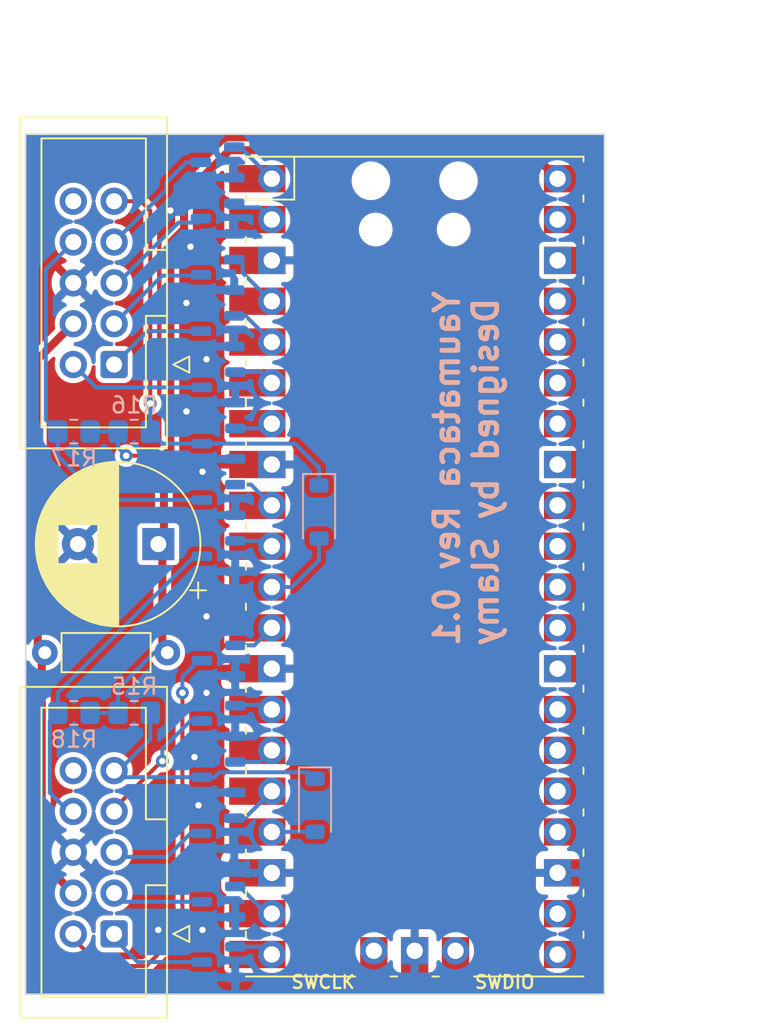
<source format=kicad_pcb>
(kicad_pcb (version 20221018) (generator pcbnew)
  (title_block (comment 4 "AISLER Project ID: IFPHUSZE"))
  (layers (0 "F.Cu" signal) (31 "B.Cu" signal) (34 "B.Paste" user) (35 "F.Paste" user) (36 "B.SilkS" user "B.Silkscreen") (37 "F.SilkS" user "F.Silkscreen") (38 "B.Mask" user) (39 "F.Mask" user) (44 "Edge.Cuts" user))
  (net 0 "")
  (net 1 "+5V")
  (net 2 "GND")
  (net 3 "/Joy_Up")
  (net 4 "/Joy_Down")
  (net 5 "/Joy_Left")
  (net 6 "/Joy_Right")
  (net 7 "/Joy_Fire3")
  (net 8 "/Joy_Fire1")
  (net 9 "/Joy_Fire2")
  (net 12 "/Pi_Joystick_Right")
  (net 13 "/Pi_Joystick_Left")
  (net 14 "/Pi_Joystick_Down")
  (net 15 "/Pi_Joystick_Up")
  (net 16 "/Pi_Joystick_Fire1")
  (net 17 "/Mouse_Right")
  (net 18 "/Mouse_Left")
  (net 19 "/Mouse_Down")
  (net 20 "/Mouse_Up")
  (net 21 "/Mouse_Fire1")
  (net 22 "/Mouse_Fire3")
  (net 23 "/Mouse_Fire2")
  (net 24 "/Pi_Joystick_Fire3")
  (net 25 "/Pi_Joystick_Fire2")
  (net 26 "/Pi_Mouse_Right")
  (net 27 "/Pi_Mouse_Left")
  (net 28 "/Pi_Mouse_Down")
  (net 29 "/Pi_Mouse_Up")
  (net 50 "/Pi_Mouse_Fire1")
  (net 51 "/Pi_Mouse_Fire3")
  (net 52 "/Pi_Mouse_Fire2")
  (net 53 "/Joystick_Pot_Sense")
  (net 54 "/Mouse_Pot_Sense")
  (net 55 "/HOST_5V")
  (footprint "MCU_RaspberryPi_and_Boards:RPi_Pico_SMD_TH" (layer "F.Cu") (at 176.2 88.9)
    (fp_text reference "U1" hide)
    (fp_text value "Pico")
    (fp_text user "SWCLK" (at -5.7 25.85) (layer "F.SilkS") (effects (font (size 0.8 0.8))))
    (fp_text user "SWDIO" (at 5.6 25.85) (layer "F.SilkS") (effects (font (size 0.8 0.8))))
    (pad "" np_thru_hole oval (at -2.725 -24) (size 1.8 1.8) (drill 1.8) (layers "*.Cu" "*.Mask"))
    (pad "" np_thru_hole oval (at -2.425 -20.97) (size 1.5 1.5) (drill 1.5) (layers "*.Cu" "*.Mask"))
    (pad "" np_thru_hole oval (at 2.425 -20.97) (size 1.5 1.5) (drill 1.5) (layers "*.Cu" "*.Mask"))
    (pad "" np_thru_hole oval (at 2.725 -24) (size 1.8 1.8) (drill 1.8) (layers "*.Cu" "*.Mask"))
    (pad "1" thru_hole oval (at -8.89 -24.13) (size 1.7 1.7) (drill 1.02) (layers "*.Cu" "*.Mask") (net 12 "/Pi_Joystick_Right"))
    (pad "1" smd rect (at -8.89 -24.13) (size 3.5 1.7) (drill (offset -0.9 0)) (layers "F.Cu" "F.Mask") (net 12 "/Pi_Joystick_Right"))
    (pad "2" thru_hole oval (at -8.89 -21.59) (size 1.7 1.7) (drill 1.02) (layers "*.Cu" "*.Mask") (net 13 "/Pi_Joystick_Left"))
    (pad "2" smd rect (at -8.89 -21.59) (size 3.5 1.7) (drill (offset -0.9 0)) (layers "F.Cu" "F.Mask") (net 13 "/Pi_Joystick_Left"))
    (pad "3" thru_hole rect (at -8.89 -19.05) (size 1.7 1.7) (drill 1.02) (layers "*.Cu" "*.Mask") (net 2 "GND"))
    (pad "3" smd rect (at -8.89 -19.05) (size 3.5 1.7) (drill (offset -0.9 0)) (layers "F.Cu" "F.Mask") (net 2 "GND"))
    (pad "4" thru_hole oval (at -8.89 -16.51) (size 1.7 1.7) (drill 1.02) (layers "*.Cu" "*.Mask") (net 14 "/Pi_Joystick_Down"))
    (pad "4" smd rect (at -8.89 -16.51) (size 3.5 1.7) (drill (offset -0.9 0)) (layers "F.Cu" "F.Mask") (net 14 "/Pi_Joystick_Down"))
    (pad "5" thru_hole oval (at -8.89 -13.97) (size 1.7 1.7) (drill 1.02) (layers "*.Cu" "*.Mask") (net 15 "/Pi_Joystick_Up"))
    (pad "5" smd rect (at -8.89 -13.97) (size 3.5 1.7) (drill (offset -0.9 0)) (layers "F.Cu" "F.Mask") (net 15 "/Pi_Joystick_Up"))
    (pad "6" thru_hole oval (at -8.89 -11.43) (size 1.7 1.7) (drill 1.02) (layers "*.Cu" "*.Mask") (net 16 "/Pi_Joystick_Fire1"))
    (pad "6" smd rect (at -8.89 -11.43) (size 3.5 1.7) (drill (offset -0.9 0)) (layers "F.Cu" "F.Mask") (net 16 "/Pi_Joystick_Fire1"))
    (pad "7" thru_hole oval (at -8.89 -8.89) (size 1.7 1.7) (drill 1.02) (layers "*.Cu" "*.Mask") (net 24 "/Pi_Joystick_Fire3"))
    (pad "7" smd rect (at -8.89 -8.89) (size 3.5 1.7) (drill (offset -0.9 0)) (layers "F.Cu" "F.Mask") (net 24 "/Pi_Joystick_Fire3"))
    (pad "8" thru_hole rect (at -8.89 -6.35) (size 1.7 1.7) (drill 1.02) (layers "*.Cu" "*.Mask") (net 2 "GND"))
    (pad "8" smd rect (at -8.89 -6.35) (size 3.5 1.7) (drill (offset -0.9 0)) (layers "F.Cu" "F.Mask") (net 2 "GND"))
    (pad "9" thru_hole oval (at -8.89 -3.81) (size 1.7 1.7) (drill 1.02) (layers "*.Cu" "*.Mask") (net 25 "/Pi_Joystick_Fire2"))
    (pad "9" smd rect (at -8.89 -3.81) (size 3.5 1.7) (drill (offset -0.9 0)) (layers "F.Cu" "F.Mask") (net 25 "/Pi_Joystick_Fire2"))
    (pad "10" thru_hole oval (at -8.89 -1.27) (size 1.7 1.7) (drill 1.02) (layers "*.Cu" "*.Mask") (net 52 "/Pi_Mouse_Fire2"))
    (pad "10" smd rect (at -8.89 -1.27) (size 3.5 1.7) (drill (offset -0.9 0)) (layers "F.Cu" "F.Mask") (net 52 "/Pi_Mouse_Fire2"))
    (pad "11" thru_hole oval (at -8.89 1.27) (size 1.7 1.7) (drill 1.02) (layers "*.Cu" "*.Mask") (net 53 "/Joystick_Pot_Sense"))
    (pad "11" smd rect (at -8.89 1.27) (size 3.5 1.7) (drill (offset -0.9 0)) (layers "F.Cu" "F.Mask") (net 53 "/Joystick_Pot_Sense"))
    (pad "12" thru_hole oval (at -8.89 3.81) (size 1.7 1.7) (drill 1.02) (layers "*.Cu" "*.Mask") (net 50 "/Pi_Mouse_Fire1"))
    (pad "12" smd rect (at -8.89 3.81) (size 3.5 1.7) (drill (offset -0.9 0)) (layers "F.Cu" "F.Mask") (net 50 "/Pi_Mouse_Fire1"))
    (pad "13" thru_hole rect (at -8.89 6.35) (size 1.7 1.7) (drill 1.02) (layers "*.Cu" "*.Mask") (net 2 "GND"))
    (pad "13" smd rect (at -8.89 6.35) (size 3.5 1.7) (drill (offset -0.9 0)) (layers "F.Cu" "F.Mask") (net 2 "GND"))
    (pad "14" thru_hole oval (at -8.89 8.89) (size 1.7 1.7) (drill 1.02) (layers "*.Cu" "*.Mask") (net 26 "/Pi_Mouse_Right"))
    (pad "14" smd rect (at -8.89 8.89) (size 3.5 1.7) (drill (offset -0.9 0)) (layers "F.Cu" "F.Mask") (net 26 "/Pi_Mouse_Right"))
    (pad "15" thru_hole oval (at -8.89 11.43) (size 1.7 1.7) (drill 1.02) (layers "*.Cu" "*.Mask") (net 51 "/Pi_Mouse_Fire3"))
    (pad "15" smd rect (at -8.89 11.43) (size 3.5 1.7) (drill (offset -0.9 0)) (layers "F.Cu" "F.Mask") (net 51 "/Pi_Mouse_Fire3"))
    (pad "16" thru_hole oval (at -8.89 13.97) (size 1.7 1.7) (drill 1.02) (layers "*.Cu" "*.Mask") (net 27 "/Pi_Mouse_Left"))
    (pad "16" smd rect (at -8.89 13.97) (size 3.5 1.7) (drill (offset -0.9 0)) (layers "F.Cu" "F.Mask") (net 27 "/Pi_Mouse_Left"))
    (pad "17" thru_hole oval (at -8.89 16.51) (size 1.7 1.7) (drill 1.02) (layers "*.Cu" "*.Mask") (net 54 "/Mouse_Pot_Sense"))
    (pad "17" smd rect (at -8.89 16.51) (size 3.5 1.7) (drill (offset -0.9 0)) (layers "F.Cu" "F.Mask") (net 54 "/Mouse_Pot_Sense"))
    (pad "18" thru_hole rect (at -8.89 19.05) (size 1.7 1.7) (drill 1.02) (layers "*.Cu" "*.Mask") (net 2 "GND"))
    (pad "18" smd rect (at -8.89 19.05) (size 3.5 1.7) (drill (offset -0.9 0)) (layers "F.Cu" "F.Mask") (net 2 "GND"))
    (pad "19" thru_hole oval (at -8.89 21.59) (size 1.7 1.7) (drill 1.02) (layers "*.Cu" "*.Mask") (net 28 "/Pi_Mouse_Down"))
    (pad "19" smd rect (at -8.89 21.59) (size 3.5 1.7) (drill (offset -0.9 0)) (layers "F.Cu" "F.Mask") (net 28 "/Pi_Mouse_Down"))
    (pad "20" thru_hole oval (at -8.89 24.13) (size 1.7 1.7) (drill 1.02) (layers "*.Cu" "*.Mask") (net 29 "/Pi_Mouse_Up"))
    (pad "20" smd rect (at -8.89 24.13) (size 3.5 1.7) (drill (offset -0.9 0)) (layers "F.Cu" "F.Mask") (net 29 "/Pi_Mouse_Up"))
    (pad "21" thru_hole oval (at 8.89 24.13) (size 1.7 1.7) (drill 1.02) (layers "*.Cu" "*.Mask"))
    (pad "21" smd rect (at 8.89 24.13) (size 3.5 1.7) (drill (offset 0.9 0)) (layers "F.Cu" "F.Mask"))
    (pad "22" thru_hole oval (at 8.89 21.59) (size 1.7 1.7) (drill 1.02) (layers "*.Cu" "*.Mask"))
    (pad "22" smd rect (at 8.89 21.59) (size 3.5 1.7) (drill (offset 0.9 0)) (layers "F.Cu" "F.Mask"))
    (pad "23" thru_hole rect (at 8.89 19.05) (size 1.7 1.7) (drill 1.02) (layers "*.Cu" "*.Mask") (net 2 "GND"))
    (pad "23" smd rect (at 8.89 19.05) (size 3.5 1.7) (drill (offset 0.9 0)) (layers "F.Cu" "F.Mask") (net 2 "GND"))
    (pad "24" thru_hole oval (at 8.89 16.51) (size 1.7 1.7) (drill 1.02) (layers "*.Cu" "*.Mask"))
    (pad "24" smd rect (at 8.89 16.51) (size 3.5 1.7) (drill (offset 0.9 0)) (layers "F.Cu" "F.Mask"))
    (pad "25" thru_hole oval (at 8.89 13.97) (size 1.7 1.7) (drill 1.02) (layers "*.Cu" "*.Mask"))
    (pad "25" smd rect (at 8.89 13.97) (size 3.5 1.7) (drill (offset 0.9 0)) (layers "F.Cu" "F.Mask"))
    (pad "26" thru_hole oval (at 8.89 11.43) (size 1.7 1.7) (drill 1.02) (layers "*.Cu" "*.Mask"))
    (pad "26" smd rect (at 8.89 11.43) (size 3.5 1.7) (drill (offset 0.9 0)) (layers "F.Cu" "F.Mask"))
    (pad "27" thru_hole oval (at 8.89 8.89) (size 1.7 1.7) (drill 1.02) (layers "*.Cu" "*.Mask"))
    (pad "27" smd rect (at 8.89 8.89) (size 3.5 1.7) (drill (offset 0.9 0)) (layers "F.Cu" "F.Mask"))
    (pad "28" thru_hole rect (at 8.89 6.35) (size 1.7 1.7) (drill 1.02) (layers "*.Cu" "*.Mask"))
    (pad "28" smd rect (at 8.89 6.35) (size 3.5 1.7) (drill (offset 0.9 0)) (layers "F.Cu" "F.Mask"))
    (pad "29" thru_hole oval (at 8.89 3.81) (size 1.7 1.7) (drill 1.02) (layers "*.Cu" "*.Mask"))
    (pad "29" smd rect (at 8.89 3.81) (size 3.5 1.7) (drill (offset 0.9 0)) (layers "F.Cu" "F.Mask"))
    (pad "30" thru_hole oval (at 8.89 1.27) (size 1.7 1.7) (drill 1.02) (layers "*.Cu" "*.Mask"))
    (pad "30" smd rect (at 8.89 1.27) (size 3.5 1.7) (drill (offset 0.9 0)) (layers "F.Cu" "F.Mask"))
    (pad "31" thru_hole oval (at 8.89 -1.27) (size 1.7 1.7) (drill 1.02) (layers "*.Cu" "*.Mask"))
    (pad "31" smd rect (at 8.89 -1.27) (size 3.5 1.7) (drill (offset 0.9 0)) (layers "F.Cu" "F.Mask"))
    (pad "32" thru_hole oval (at 8.89 -3.81) (size 1.7 1.7) (drill 1.02) (layers "*.Cu" "*.Mask"))
    (pad "32" smd rect (at 8.89 -3.81) (size 3.5 1.7) (drill (offset 0.9 0)) (layers "F.Cu" "F.Mask"))
    (pad "33" thru_hole rect (at 8.89 -6.35) (size 1.7 1.7) (drill 1.02) (layers "*.Cu" "*.Mask"))
    (pad "33" smd rect (at 8.89 -6.35) (size 3.5 1.7) (drill (offset 0.9 0)) (layers "F.Cu" "F.Mask"))
    (pad "34" thru_hole oval (at 8.89 -8.89) (size 1.7 1.7) (drill 1.02) (layers "*.Cu" "*.Mask"))
    (pad "34" smd rect (at 8.89 -8.89) (size 3.5 1.7) (drill (offset 0.9 0)) (layers "F.Cu" "F.Mask"))
    (pad "35" thru_hole oval (at 8.89 -11.43) (size 1.7 1.7) (drill 1.02) (layers "*.Cu" "*.Mask"))
    (pad "35" smd rect (at 8.89 -11.43) (size 3.5 1.7) (drill (offset 0.9 0)) (layers "F.Cu" "F.Mask"))
    (pad "36" thru_hole oval (at 8.89 -13.97) (size 1.7 1.7) (drill 1.02) (layers "*.Cu" "*.Mask"))
    (pad "36" smd rect (at 8.89 -13.97) (size 3.5 1.7) (drill (offset 0.9 0)) (layers "F.Cu" "F.Mask"))
    (pad "37" thru_hole oval (at 8.89 -16.51) (size 1.7 1.7) (drill 1.02) (layers "*.Cu" "*.Mask"))
    (pad "37" smd rect (at 8.89 -16.51) (size 3.5 1.7) (drill (offset 0.9 0)) (layers "F.Cu" "F.Mask"))
    (pad "38" thru_hole rect (at 8.89 -19.05) (size 1.7 1.7) (drill 1.02) (layers "*.Cu" "*.Mask"))
    (pad "38" smd rect (at 8.89 -19.05) (size 3.5 1.7) (drill (offset 0.9 0)) (layers "F.Cu" "F.Mask"))
    (pad "39" thru_hole oval (at 8.89 -21.59) (size 1.7 1.7) (drill 1.02) (layers "*.Cu" "*.Mask"))
    (pad "39" smd rect (at 8.89 -21.59) (size 3.5 1.7) (drill (offset 0.9 0)) (layers "F.Cu" "F.Mask"))
    (pad "40" thru_hole oval (at 8.89 -24.13) (size 1.7 1.7) (drill 1.02) (layers "*.Cu" "*.Mask") (net 1 "+5V"))
    (pad "40" smd rect (at 8.89 -24.13) (size 3.5 1.7) (drill (offset 0.9 0)) (layers "F.Cu" "F.Mask") (net 1 "+5V"))
    (pad "41" thru_hole oval (at -2.54 23.9) (size 1.7 1.7) (drill 1.02) (layers "*.Cu" "*.Mask"))
    (pad "41" smd rect (at -2.54 23.9 90) (size 3.5 1.7) (drill (offset -0.9 0)) (layers "F.Cu" "F.Mask"))
    (pad "42" thru_hole rect (at 0 23.9) (size 1.7 1.7) (drill 1.02) (layers "*.Cu" "*.Mask") (net 2 "GND"))
    (pad "42" smd rect (at 0 23.9 90) (size 3.5 1.7) (drill (offset -0.9 0)) (layers "F.Cu" "F.Mask") (net 2 "GND"))
    (pad "43" thru_hole oval (at 2.54 23.9) (size 1.7 1.7) (drill 1.02) (layers "*.Cu" "*.Mask"))
    (pad "43" smd rect (at 2.54 23.9 90) (size 3.5 1.7) (drill (offset -0.9 0)) (layers "F.Cu" "F.Mask"))
  )
  (footprint "Inductor_THT:L_Axial_L5.3mm_D2.2mm_P7.62mm_Horizontal_Vishay_IM-1" (layer "F.Cu") (at 160.81 94.25 180)
    (fp_text reference "L1" hide)
    (fp_text value "100u")
    (pad "1" thru_hole circle (at 0 0 180) (size 1.6 1.6) (drill 0.8) (layers "*.Cu" "*.Mask") (net 1 "+5V"))
    (pad "2" thru_hole oval (at 7.62 0 180) (size 1.6 1.6) (drill 0.8) (layers "*.Cu" "*.Mask") (net 55 "/HOST_5V"))
  )
  (footprint "Capacitor_THT:CP_Radial_D10.0mm_P5.00mm" (layer "F.Cu") (at 160.25 87.5 180)
    (fp_text reference "C1" hide)
    (fp_text value "1000u" hide)
    (pad "1" thru_hole rect (at 0 0 180) (size 2 2) (drill 1) (layers "*.Cu" "*.Mask") (net 1 "+5V"))
    (pad "2" thru_hole circle (at 5 0 180) (size 2 2) (drill 1) (layers "*.Cu" "*.Mask") (net 2 "GND"))
  )
  (footprint "Connector_IDC:IDC-Header_2x05_P2.54mm_Vertical" (layer "F.Cu") (at 157.5 76.33 180)
    (fp_text reference "J3" hide)
    (fp_text value "Conn_02x05_Odd_Even" hide)
    (pad "1" thru_hole roundrect (at 0 0 180) (size 1.7 1.7) (drill 1) (layers "*.Cu" "*.Mask") (roundrect_rratio 0.1470588235) (net 3 "/Joy_Up"))
    (pad "2" thru_hole circle (at 2.54 0 180) (size 1.7 1.7) (drill 1) (layers "*.Cu" "*.Mask") (net 8 "/Joy_Fire1"))
    (pad "3" thru_hole circle (at 0 2.54 180) (size 1.7 1.7) (drill 1) (layers "*.Cu" "*.Mask") (net 4 "/Joy_Down"))
    (pad "4" thru_hole circle (at 2.54 2.54 180) (size 1.7 1.7) (drill 1) (layers "*.Cu" "*.Mask") (net 55 "/HOST_5V"))
    (pad "5" thru_hole circle (at 0 5.08 180) (size 1.7 1.7) (drill 1) (layers "*.Cu" "*.Mask") (net 5 "/Joy_Left"))
    (pad "6" thru_hole circle (at 2.54 5.08 180) (size 1.7 1.7) (drill 1) (layers "*.Cu" "*.Mask") (net 2 "GND"))
    (pad "7" thru_hole circle (at 0 7.62 180) (size 1.7 1.7) (drill 1) (layers "*.Cu" "*.Mask") (net 6 "/Joy_Right"))
    (pad "8" thru_hole circle (at 2.54 7.62 180) (size 1.7 1.7) (drill 1) (layers "*.Cu" "*.Mask") (net 9 "/Joy_Fire2"))
    (pad "9" thru_hole circle (at 0 10.16 180) (size 1.7 1.7) (drill 1) (layers "*.Cu" "*.Mask") (net 7 "/Joy_Fire3"))
    (pad "10" thru_hole circle (at 2.54 10.16 180) (size 1.7 1.7) (drill 1) (layers "*.Cu" "*.Mask"))
  )
  (footprint "Connector_IDC:IDC-Header_2x05_P2.54mm_Vertical" (layer "F.Cu") (at 157.5 111.75 180)
    (fp_text reference "J4" hide)
    (fp_text value "Conn_02x05_Odd_Even" hide)
    (pad "1" thru_hole roundrect (at 0 0 180) (size 1.7 1.7) (drill 1) (layers "*.Cu" "*.Mask") (roundrect_rratio 0.1470588235) (net 20 "/Mouse_Up"))
    (pad "2" thru_hole circle (at 2.54 0 180) (size 1.7 1.7) (drill 1) (layers "*.Cu" "*.Mask") (net 21 "/Mouse_Fire1"))
    (pad "3" thru_hole circle (at 0 2.54 180) (size 1.7 1.7) (drill 1) (layers "*.Cu" "*.Mask") (net 19 "/Mouse_Down"))
    (pad "4" thru_hole circle (at 2.54 2.54 180) (size 1.7 1.7) (drill 1) (layers "*.Cu" "*.Mask") (net 55 "/HOST_5V"))
    (pad "5" thru_hole circle (at 0 5.08 180) (size 1.7 1.7) (drill 1) (layers "*.Cu" "*.Mask") (net 18 "/Mouse_Left"))
    (pad "6" thru_hole circle (at 2.54 5.08 180) (size 1.7 1.7) (drill 1) (layers "*.Cu" "*.Mask") (net 2 "GND"))
    (pad "7" thru_hole circle (at 0 7.62 180) (size 1.7 1.7) (drill 1) (layers "*.Cu" "*.Mask") (net 17 "/Mouse_Right"))
    (pad "8" thru_hole circle (at 2.54 7.62 180) (size 1.7 1.7) (drill 1) (layers "*.Cu" "*.Mask") (net 23 "/Mouse_Fire2"))
    (pad "9" thru_hole circle (at 0 10.16 180) (size 1.7 1.7) (drill 1) (layers "*.Cu" "*.Mask") (net 22 "/Mouse_Fire3"))
    (pad "10" thru_hole circle (at 2.54 10.16 180) (size 1.7 1.7) (drill 1) (layers "*.Cu" "*.Mask"))
  )
  (footprint "Library:SOT-23_ohnesilk" (layer "B.Cu") (at 163.9375 70.75 180)
    (fp_text reference "Q3" hide)
    (fp_text value "DTC143Z" hide)
    (pad "1" smd roundrect (at -1.0375 0.95 180) (size 1.275 0.6) (layers "B.Cu" "B.Paste" "B.Mask") (net 14 "/Pi_Joystick_Down"))
    (pad "2" smd roundrect (at -1.0375 -0.95 180) (size 1.275 0.6) (layers "B.Cu" "B.Paste" "B.Mask") (net 2 "GND"))
    (pad "3" smd roundrect (at 1.0375 0 180) (size 1.275 0.6) (layers "B.Cu" "B.Paste" "B.Mask") (net 4 "/Joy_Down"))
  )
  (footprint "Library:SOT-23_ohnesilk" (layer "B.Cu") (at 164 98.5 180)
    (fp_text reference "Q14" hide)
    (fp_text value "DTC143Z" hide)
    (pad "1" smd roundrect (at -1.0375 0.95 180) (size 1.275 0.6) (layers "B.Cu" "B.Paste" "B.Mask") (net 26 "/Pi_Mouse_Right"))
    (pad "2" smd roundrect (at -1.0375 -0.95 180) (size 1.275 0.6) (layers "B.Cu" "B.Paste" "B.Mask") (net 2 "GND"))
    (pad "3" smd roundrect (at 1.0375 0 180) (size 1.275 0.6) (layers "B.Cu" "B.Paste" "B.Mask") (net 17 "/Mouse_Right"))
  )
  (footprint "Library:SOT-23_ohnesilk" (layer "B.Cu") (at 164 77.75 180)
    (fp_text reference "Q5" hide)
    (fp_text value "DTC143Z" hide)
    (pad "1" smd roundrect (at -1.0375 0.95 180) (size 1.275 0.6) (layers "B.Cu" "B.Paste" "B.Mask") (net 16 "/Pi_Joystick_Fire1"))
    (pad "2" smd roundrect (at -1.0375 -0.95 180) (size 1.275 0.6) (layers "B.Cu" "B.Paste" "B.Mask") (net 2 "GND"))
    (pad "3" smd roundrect (at 1.0375 0 180) (size 1.275 0.6) (layers "B.Cu" "B.Paste" "B.Mask") (net 8 "/Joy_Fire1"))
  )
  (footprint "Library:SOT-23_ohnesilk" (layer "B.Cu") (at 163.9375 74.25 180)
    (fp_text reference "Q4" hide)
    (fp_text value "DTC143Z" hide)
    (pad "1" smd roundrect (at -1.0375 0.95 180) (size 1.275 0.6) (layers "B.Cu" "B.Paste" "B.Mask") (net 15 "/Pi_Joystick_Up"))
    (pad "2" smd roundrect (at -1.0375 -0.95 180) (size 1.275 0.6) (layers "B.Cu" "B.Paste" "B.Mask") (net 2 "GND"))
    (pad "3" smd roundrect (at 1.0375 0 180) (size 1.275 0.6) (layers "B.Cu" "B.Paste" "B.Mask") (net 3 "/Joy_Up"))
  )
  (footprint "Resistor_SMD:R_0805_2012Metric_Pad1.20x1.40mm_HandSolder" (layer "B.Cu") (at 158.75 98 180)
    (fp_text reference "R15" (at 0 1.65) (layer "B.SilkS") (effects (justify mirror)))
    (fp_text value "10k")
    (pad "1" smd roundrect (at -1 0 180) (size 1.2 1.4) (layers "B.Cu" "B.Paste" "B.Mask") (roundrect_rratio 0.2083333333) (net 22 "/Mouse_Fire3"))
    (pad "2" smd roundrect (at 1 0 180) (size 1.2 1.4) (layers "B.Cu" "B.Paste" "B.Mask") (roundrect_rratio 0.2083333333) (net 1 "+5V"))
  )
  (footprint "Library:SOT-23_ohnesilk" (layer "B.Cu") (at 164 94.75 180)
    (fp_text reference "Q10" hide)
    (fp_text value "DTC143Z" hide)
    (pad "1" smd roundrect (at -1.0375 0.95 180) (size 1.275 0.6) (layers "B.Cu" "B.Paste" "B.Mask") (net 50 "/Pi_Mouse_Fire1"))
    (pad "2" smd roundrect (at -1.0375 -0.95 180) (size 1.275 0.6) (layers "B.Cu" "B.Paste" "B.Mask") (net 2 "GND"))
    (pad "3" smd roundrect (at 1.0375 0 180) (size 1.275 0.6) (layers "B.Cu" "B.Paste" "B.Mask") (net 21 "/Mouse_Fire1"))
  )
  (footprint "Library:SOT-23_ohnesilk" (layer "B.Cu") (at 164 88.25 180)
    (fp_text reference "Q8" hide)
    (fp_text value "DTC143Z" hide)
    (pad "1" smd roundrect (at -1.0375 0.95 180) (size 1.275 0.6) (layers "B.Cu" "B.Paste" "B.Mask") (net 52 "/Pi_Mouse_Fire2"))
    (pad "2" smd roundrect (at -1.0375 -0.95 180) (size 1.275 0.6) (layers "B.Cu" "B.Paste" "B.Mask") (net 2 "GND"))
    (pad "3" smd roundrect (at 1.0375 0 180) (size 1.275 0.6) (layers "B.Cu" "B.Paste" "B.Mask") (net 23 "/Mouse_Fire2"))
  )
  (footprint "Diode_SMD:D_SOD-123" (layer "B.Cu") (at 170 103.75 -90)
    (fp_text reference "D1" hide)
    (fp_text value "D" hide)
    (pad "1" smd roundrect (at -1.65 0 270) (size 0.9 1.2) (layers "B.Cu" "B.Paste" "B.Mask") (net 22 "/Mouse_Fire3"))
    (pad "2" smd roundrect (at 1.65 0 270) (size 0.9 1.2) (layers "B.Cu" "B.Paste" "B.Mask") (net 54 "/Mouse_Pot_Sense"))
  )
  (footprint "Resistor_SMD:R_0805_2012Metric_Pad1.20x1.40mm_HandSolder" (layer "B.Cu") (at 158.75 80.5 180)
    (fp_text reference "R16" (at 0 1.65) (layer "B.SilkS") (effects (justify mirror)))
    (fp_text value "10k")
    (pad "1" smd roundrect (at -1 0 180) (size 1.2 1.4) (layers "B.Cu" "B.Paste" "B.Mask") (roundrect_rratio 0.2083333333) (net 7 "/Joy_Fire3"))
    (pad "2" smd roundrect (at 1 0 180) (size 1.2 1.4) (layers "B.Cu" "B.Paste" "B.Mask") (roundrect_rratio 0.2083333333) (net 1 "+5V"))
  )
  (footprint "Library:SOT-23_ohnesilk" (layer "B.Cu") (at 163.9375 67.25 180)
    (fp_text reference "Q2" hide)
    (fp_text value "DTC143Z" hide)
    (pad "1" smd roundrect (at -1.0375 0.95 180) (size 1.275 0.6) (layers "B.Cu" "B.Paste" "B.Mask") (net 13 "/Pi_Joystick_Left"))
    (pad "2" smd roundrect (at -1.0375 -0.95 180) (size 1.275 0.6) (layers "B.Cu" "B.Paste" "B.Mask") (net 2 "GND"))
    (pad "3" smd roundrect (at 1.0375 0 180) (size 1.275 0.6) (layers "B.Cu" "B.Paste" "B.Mask") (net 5 "/Joy_Left"))
  )
  (footprint "Library:SOT-23_ohnesilk" (layer "B.Cu") (at 163.9375 105.5 180)
    (fp_text reference "Q13" hide)
    (fp_text value "DTC143Z" hide)
    (pad "1" smd roundrect (at -1.0375 0.95 180) (size 1.275 0.6) (layers "B.Cu" "B.Paste" "B.Mask") (net 27 "/Pi_Mouse_Left"))
    (pad "2" smd roundrect (at -1.0375 -0.95 180) (size 1.275 0.6) (layers "B.Cu" "B.Paste" "B.Mask") (net 2 "GND"))
    (pad "3" smd roundrect (at 1.0375 0 180) (size 1.275 0.6) (layers "B.Cu" "B.Paste" "B.Mask") (net 18 "/Mouse_Left"))
  )
  (footprint "Library:SOT-23_ohnesilk" (layer "B.Cu") (at 163.9375 63.75 180)
    (fp_text reference "Q1" hide)
    (fp_text value "DTC143Z" hide)
    (pad "1" smd roundrect (at -1.0375 0.95 180) (size 1.275 0.6) (layers "B.Cu" "B.Paste" "B.Mask") (net 12 "/Pi_Joystick_Right"))
    (pad "2" smd roundrect (at -1.0375 -0.95 180) (size 1.275 0.6) (layers "B.Cu" "B.Paste" "B.Mask") (net 2 "GND"))
    (pad "3" smd roundrect (at 1.0375 0 180) (size 1.275 0.6) (layers "B.Cu" "B.Paste" "B.Mask") (net 6 "/Joy_Right"))
  )
  (footprint "Resistor_SMD:R_0805_2012Metric_Pad1.20x1.40mm_HandSolder" (layer "B.Cu") (at 155 80.5)
    (fp_text reference "R17" (at 0 1.65) (layer "B.SilkS") (effects (justify mirror)))
    (fp_text value "10k")
    (pad "1" smd roundrect (at -1 0) (size 1.2 1.4) (layers "B.Cu" "B.Paste" "B.Mask") (roundrect_rratio 0.2083333333) (net 9 "/Joy_Fire2"))
    (pad "2" smd roundrect (at 1 0) (size 1.2 1.4) (layers "B.Cu" "B.Paste" "B.Mask") (roundrect_rratio 0.2083333333) (net 1 "+5V"))
  )
  (footprint "Library:SOT-23_ohnesilk" (layer "B.Cu") (at 164 81.25 180)
    (fp_text reference "Q6" hide)
    (fp_text value "DTC143Z" hide)
    (pad "1" smd roundrect (at -1.0375 0.95 180) (size 1.275 0.6) (layers "B.Cu" "B.Paste" "B.Mask") (net 24 "/Pi_Joystick_Fire3"))
    (pad "2" smd roundrect (at -1.0375 -0.95 180) (size 1.275 0.6) (layers "B.Cu" "B.Paste" "B.Mask") (net 2 "GND"))
    (pad "3" smd roundrect (at 1.0375 0 180) (size 1.275 0.6) (layers "B.Cu" "B.Paste" "B.Mask") (net 7 "/Joy_Fire3"))
  )
  (footprint "Library:SOT-23_ohnesilk" (layer "B.Cu") (at 164 102 180)
    (fp_text reference "Q9" hide)
    (fp_text value "DTC143Z" hide)
    (pad "1" smd roundrect (at -1.0375 0.95 180) (size 1.275 0.6) (layers "B.Cu" "B.Paste" "B.Mask") (net 51 "/Pi_Mouse_Fire3"))
    (pad "2" smd roundrect (at -1.0375 -0.95 180) (size 1.275 0.6) (layers "B.Cu" "B.Paste" "B.Mask") (net 2 "GND"))
    (pad "3" smd roundrect (at 1.0375 0 180) (size 1.275 0.6) (layers "B.Cu" "B.Paste" "B.Mask") (net 22 "/Mouse_Fire3"))
  )
  (footprint "Library:SOT-23_ohnesilk" (layer "B.Cu") (at 164 113.5 180)
    (fp_text reference "Q11" hide)
    (fp_text value "DTC143Z" hide)
    (pad "1" smd roundrect (at -1.0375 0.95 180) (size 1.275 0.6) (layers "B.Cu" "B.Paste" "B.Mask") (net 29 "/Pi_Mouse_Up"))
    (pad "2" smd roundrect (at -1.0375 -0.95 180) (size 1.275 0.6) (layers "B.Cu" "B.Paste" "B.Mask") (net 2 "GND"))
    (pad "3" smd roundrect (at 1.0375 0 180) (size 1.275 0.6) (layers "B.Cu" "B.Paste" "B.Mask") (net 20 "/Mouse_Up"))
  )
  (footprint "Library:SOT-23_ohnesilk" (layer "B.Cu") (at 164 84.75 180)
    (fp_text reference "Q7" hide)
    (fp_text value "DTC143Z" hide)
    (pad "1" smd roundrect (at -1.0375 0.95 180) (size 1.275 0.6) (layers "B.Cu" "B.Paste" "B.Mask") (net 25 "/Pi_Joystick_Fire2"))
    (pad "2" smd roundrect (at -1.0375 -0.95 180) (size 1.275 0.6) (layers "B.Cu" "B.Paste" "B.Mask") (net 2 "GND"))
    (pad "3" smd roundrect (at 1.0375 0 180) (size 1.275 0.6) (layers "B.Cu" "B.Paste" "B.Mask") (net 9 "/Joy_Fire2"))
  )
  (footprint "Resistor_SMD:R_0805_2012Metric_Pad1.20x1.40mm_HandSolder" (layer "B.Cu") (at 155 98)
    (fp_text reference "R18" (at 0 1.65) (layer "B.SilkS") (effects (justify mirror)))
    (fp_text value "10k")
    (pad "1" smd roundrect (at -1 0) (size 1.2 1.4) (layers "B.Cu" "B.Paste" "B.Mask") (roundrect_rratio 0.2083333333) (net 23 "/Mouse_Fire2"))
    (pad "2" smd roundrect (at 1 0) (size 1.2 1.4) (layers "B.Cu" "B.Paste" "B.Mask") (roundrect_rratio 0.2083333333) (net 1 "+5V"))
  )
  (footprint "Diode_SMD:D_SOD-123" (layer "B.Cu") (at 170.25 85.5 -90)
    (fp_text reference "D2" hide)
    (fp_text value "D")
    (pad "1" smd roundrect (at -1.65 0 270) (size 0.9 1.2) (layers "B.Cu" "B.Paste" "B.Mask") (net 7 "/Joy_Fire3"))
    (pad "2" smd roundrect (at 1.65 0 270) (size 0.9 1.2) (layers "B.Cu" "B.Paste" "B.Mask") (net 53 "/Joystick_Pot_Sense"))
  )
  (footprint "Library:SOT-23_ohnesilk" (layer "B.Cu") (at 164 109.75 180)
    (fp_text reference "Q12" hide)
    (fp_text value "DTC143Z" hide)
    (pad "1" smd roundrect (at -1.0375 0.95 180) (size 1.275 0.6) (layers "B.Cu" "B.Paste" "B.Mask") (net 28 "/Pi_Mouse_Down"))
    (pad "2" smd roundrect (at -1.0375 -0.95 180) (size 1.275 0.6) (layers "B.Cu" "B.Paste" "B.Mask") (net 2 "GND"))
    (pad "3" smd roundrect (at 1.0375 0 180) (size 1.275 0.6) (layers "B.Cu" "B.Paste" "B.Mask") (net 19 "/Mouse_Down"))
  )
  (gr_rect (start 152 62) (end 188 115.5) (stroke (width 0.1)) (fill none) (layer "Edge.Cuts"))
  (gr_text "Yaumataca Rev 0.1\nDesigned by Slamy" (at 181.5 94 90) (layer "B.SilkS") (effects (font (size 1.5 1.5) (thickness 0.3) bold) (justify right bottom mirror)))
  (segment (start 160.81 94.25) (end 160.5 93.94) (width 0.5) (layer "F.Cu") (net 1))
  (segment (start 185.09 64.77) (end 183.32 63) (width 0.5) (layer "F.Cu") (net 1))
  (segment (start 161.85 65.83) (end 161.85 67.9) (width 0.5) (layer "F.Cu") (net 1))
  (segment (start 160.5 88.25) (end 160 87.75) (width 0.5) (layer "F.Cu") (net 1))
  (segment (start 161 68.75) (end 161 81.6) (width 0.5) (layer "F.Cu") (net 1))
  (segment (start 161 81.6) (end 160.6 82) (width 0.5) (layer "F.Cu") (net 1))
  (segment (start 160.5 93.94) (end 160.5 88.25) (width 0.5) (layer "F.Cu") (net 1))
  (segment (start 160.6 87.15) (end 160.6 82) (width 0.5) (layer "F.Cu") (net 1))
  (segment (start 158.25 82) (end 160.6 82) (width 0.25) (layer "F.Cu") (net 1))
  (segment (start 183.32 63) (end 164.68 63) (width 0.5) (layer "F.Cu") (net 1))
  (segment (start 164.68 63) (end 161.85 65.83) (width 0.5) (layer "F.Cu") (net 1))
  (segment (start 160 87.75) (end 160.6 87.15) (width 0.5) (layer "F.Cu") (net 1))
  (segment (start 161.85 67.9) (end 161 68.75) (width 0.5) (layer "F.Cu") (net 1))
  (via (at 158.25 82) (size 0.8) (drill 0.4) (layers "F.Cu" "B.Cu") (net 1))
  (segment (start 156 80.5) (end 157.75 80.5) (width 0.25) (layer "B.Cu") (net 1))
  (segment (start 160 94.25) (end 160.56 94.25) (width 0.25) (layer "B.Cu") (net 1))
  (segment (start 157.75 98) (end 157.75 96.5) (width 0.25) (layer "B.Cu") (net 1))
  (segment (start 157.75 80.5) (end 157.75 81.5) (width 0.25) (layer "B.Cu") (net 1))
  (segment (start 157.75 81.5) (end 158.25 82) (width 0.25) (layer "B.Cu") (net 1))
  (segment (start 157.75 96.5) (end 160 94.25) (width 0.25) (layer "B.Cu") (net 1))
  (segment (start 156 98) (end 157.75 98) (width 0.25) (layer "B.Cu") (net 1))
  (via (at 161 66.75) (size 0.8) (drill 0.4) (layers "F.Cu" "B.Cu") (net 2))
  (via (at 163.25 96.75) (size 0.8) (drill 0.4) (layers "F.Cu" "B.Cu") (net 2))
  (via (at 163.25 76) (size 0.8) (drill 0.4) (layers "F.Cu" "B.Cu") (net 2))
  (via (at 163.25 92) (size 0.8) (drill 0.4) (layers "F.Cu" "B.Cu") (net 2))
  (via (at 163 83) (size 0.8) (drill 0.4) (layers "F.Cu" "B.Cu") (net 2))
  (via (at 160.25 111.5) (size 0.8) (drill 0.4) (layers "F.Cu" "B.Cu") (net 2))
  (via (at 162 72.5) (size 0.8) (drill 0.4) (layers "F.Cu" "B.Cu") (net 2))
  (via (at 162.5 100.75) (size 0.8) (drill 0.4) (layers "F.Cu" "B.Cu") (net 2))
  (via (at 162.25 69) (size 0.8) (drill 0.4) (layers "F.Cu" "B.Cu") (net 2))
  (via (at 162.75 103.75) (size 0.8) (drill 0.4) (layers "F.Cu" "B.Cu") (net 2))
  (via (at 163 111.5) (size 0.8) (drill 0.4) (layers "F.Cu" "B.Cu") (net 2))
  (via (at 162 79.25) (size 0.8) (drill 0.4) (layers "F.Cu" "B.Cu") (net 2))
  (segment (start 163 74.25) (end 159.58 74.25) (width 0.25) (layer "B.Cu") (net 3))
  (segment (start 159.58 74.25) (end 157.5 76.33) (width 0.25) (layer "B.Cu") (net 3))
  (segment (start 160.49 70.8) (end 157.5 73.79) (width 0.25) (layer "B.Cu") (net 4))
  (segment (start 162.625 70.8) (end 160.49 70.8) (width 0.25) (layer "B.Cu") (net 4))
  (segment (start 162.75 67.5) (end 161.5 67.5) (width 0.25) (layer "B.Cu") (net 5))
  (segment (start 161.5 67.5) (end 157.75 71.25) (width 0.25) (layer "B.Cu") (net 5))
  (segment (start 157.75 71.25) (end 157.5 71.25) (width 0.25) (layer "B.Cu") (net 5))
  (segment (start 162 63.75) (end 160.75 65) (width 0.25) (layer "B.Cu") (net 6))
  (segment (start 160.75 65.46) (end 157.5 68.71) (width 0.25) (layer "B.Cu") (net 6))
  (segment (start 163 63.75) (end 162 63.75) (width 0.25) (layer "B.Cu") (net 6))
  (segment (start 160.75 65) (end 160.75 65.46) (width 0.25) (layer "B.Cu") (net 6))
  (segment (start 159.17 66.17) (end 159.75 66.75) (width 0.25) (layer "F.Cu") (net 7))
  (segment (start 157.5 66.17) (end 159.17 66.17) (width 0.25) (layer "F.Cu") (net 7))
  (segment (start 159.75 66.75) (end 159.75 78.75) (width 0.25) (layer "F.Cu") (net 7))
  (via (at 159.75 78.75) (size 0.8) (drill 0.4) (layers "F.Cu" "B.Cu") (net 7))
  (segment (start 170.25 83.6) (end 170.25 82.75) (width 0.25) (layer "B.Cu") (net 7))
  (segment (start 168.75 81.25) (end 160.5 81.25) (width 0.25) (layer "B.Cu") (net 7))
  (segment (start 159.75 80.5) (end 159.75 78.75) (width 0.25) (layer "B.Cu") (net 7))
  (segment (start 170 83.85) (end 170.25 83.6) (width 0.25) (layer "B.Cu") (net 7))
  (segment (start 160.5 81.25) (end 159.75 80.5) (width 0.25) (layer "B.Cu") (net 7))
  (segment (start 170.25 82.75) (end 168.75 81.25) (width 0.25) (layer "B.Cu") (net 7))
  (segment (start 156.38 77.75) (end 154.96 76.33) (width 0.25) (layer "B.Cu") (net 8))
  (segment (start 163.0625 77.75) (end 156.38 77.75) (width 0.25) (layer "B.Cu") (net 8))
  (segment (start 163.0625 84.75) (end 156.75 84.75) (width 0.25) (layer "B.Cu") (net 9))
  (segment (start 156.75 84.75) (end 154 82) (width 0.25) (layer "B.Cu") (net 9))
  (segment (start 153.25 70.42) (end 154.96 68.71) (width 0.25) (layer "B.Cu") (net 9))
  (segment (start 154 82) (end 154 80.5) (width 0.25) (layer "B.Cu") (net 9))
  (segment (start 154 80.5) (end 153.25 79.75) (width 0.25) (layer "B.Cu") (net 9))
  (segment (start 153.25 79.75) (end 153.25 70.42) (width 0.25) (layer "B.Cu") (net 9))
  (segment (start 167.31 64.77) (end 165.34 62.8) (width 0.25) (layer "B.Cu") (net 12))
  (segment (start 165.34 62.8) (end 164.875 62.8) (width 0.25) (layer "B.Cu") (net 12))
  (segment (start 164.625 66.55) (end 166.55 66.55) (width 0.25) (layer "B.Cu") (net 13))
  (segment (start 166.55 66.55) (end 167.31 67.31) (width 0.25) (layer "B.Cu") (net 13))
  (segment (start 164.5 69.85) (end 164.6 69.85) (width 0.25) (layer "B.Cu") (net 14))
  (segment (start 167.265 72.39) (end 167.31 72.39) (width 0.25) (layer "B.Cu") (net 14))
  (segment (start 164.975 69.8) (end 165.2 69.8) (width 0.25) (layer "B.Cu") (net 14))
  (segment (start 165.2 69.8) (end 165.5 70.1) (width 0.25) (layer "B.Cu") (net 14))
  (segment (start 165.5 70.625) (end 167.265 72.39) (width 0.25) (layer "B.Cu") (net 14))
  (segment (start 165.5 70.1) (end 165.5 70.625) (width 0.25) (layer "B.Cu") (net 14))
  (segment (start 165.68 73.3) (end 167.31 74.93) (width 0.25) (layer "B.Cu") (net 15))
  (segment (start 164.875 73.3) (end 165.68 73.3) (width 0.25) (layer "B.Cu") (net 15))
  (segment (start 166.64 76.8) (end 167.31 77.47) (width 0.25) (layer "B.Cu") (net 16))
  (segment (start 164.9375 76.8) (end 166.64 76.8) (width 0.25) (layer "B.Cu") (net 16))
  (segment (start 160.5 101) (end 160.46 101) (width 0.25) (layer "F.Cu") (net 17))
  (segment (start 160.46 101) (end 157.5 103.96) (width 0.25) (layer "F.Cu") (net 17))
  (segment (start 157.5 103.96) (end 157.5 104.42) (width 0.25) (layer "F.Cu") (net 17))
  (via (at 160.5 101) (size 0.8) (drill 0.4) (layers "F.Cu" "B.Cu") (net 17))
  (segment (start 162.25 98.5) (end 160.5 100.25) (width 0.25) (layer "B.Cu") (net 17))
  (segment (start 160.5 100.25) (end 160.5 101) (width 0.25) (layer "B.Cu") (net 17))
  (segment (start 163.0625 98.5) (end 162.25 98.5) (width 0.25) (layer "B.Cu") (net 17))
  (segment (start 163 105.5) (end 162.25 105.5) (width 0.25) (layer "B.Cu") (net 18))
  (segment (start 162.25 105.5) (end 160.79 106.96) (width 0.25) (layer "B.Cu") (net 18))
  (segment (start 160.79 106.96) (end 157.5 106.96) (width 0.25) (layer "B.Cu") (net 18))
  (segment (start 163.0625 109.75) (end 158.04 109.75) (width 0.25) (layer "B.Cu") (net 19))
  (segment (start 158.04 109.75) (end 157.5 109.21) (width 0.25) (layer "B.Cu") (net 19))
  (segment (start 157.5 109.21) (end 157.5 109.5) (width 0.25) (layer "B.Cu") (net 19))
  (segment (start 163.0625 113.5) (end 158.96 113.5) (width 0.25) (layer "B.Cu") (net 20))
  (segment (start 158.96 113.5) (end 157.5 112.04) (width 0.25) (layer "B.Cu") (net 20))
  (segment (start 161.75 111.5) (end 161.75 96.75) (width 0.25) (layer "F.Cu") (net 21))
  (segment (start 154.96 112.04) (end 156.67 113.75) (width 0.25) (layer "F.Cu") (net 21))
  (segment (start 156.67 113.75) (end 159.5 113.75) (width 0.25) (layer "F.Cu") (net 21))
  (segment (start 159.5 113.75) (end 161.75 111.5) (width 0.25) (layer "F.Cu") (net 21))
  (via (at 161.75 96.75) (size 0.8) (drill 0.4) (layers "F.Cu" "B.Cu") (net 21))
  (segment (start 161.75 96.75) (end 161.75 95.75) (width 0.25) (layer "B.Cu") (net 21))
  (segment (start 161.75 95.75) (end 162.75 94.75) (width 0.25) (layer "B.Cu") (net 21))
  (segment (start 162.75 94.75) (end 163.0625 94.75) (width 0.25) (layer "B.Cu") (net 21))
  (segment (start 163.75 102) (end 164.055 101.695) (width 0.25) (layer "B.Cu") (net 22))
  (segment (start 159.75 99.63) (end 157.5 101.88) (width 0.25) (layer "B.Cu") (net 22))
  (segment (start 159.75 98) (end 159.75 99.63) (width 0.25) (layer "B.Cu") (net 22))
  (segment (start 163.0625 102) (end 163.75 102) (width 0.25) (layer "B.Cu") (net 22))
  (segment (start 164.055 101.695) (end 169.595 101.695) (width 0.25) (layer "B.Cu") (net 22))
  (segment (start 157.62 102) (end 157.5 101.88) (width 0.25) (layer "B.Cu") (net 22))
  (segment (start 169.595 101.695) (end 170 102.1) (width 0.25) (layer "B.Cu") (net 22))
  (segment (start 163.0625 102) (end 157.62 102) (width 0.25) (layer "B.Cu") (net 22))
  (segment (start 153.5 102.96) (end 154.96 104.42) (width 0.25) (layer "B.Cu") (net 23))
  (segment (start 154 98) (end 154 96.75) (width 0.25) (layer "B.Cu") (net 23))
  (segment (start 154 98) (end 153.5 98.5) (width 0.25) (layer "B.Cu") (net 23))
  (segment (start 154 96.75) (end 162.5 88.25) (width 0.25) (layer "B.Cu") (net 23))
  (segment (start 153.5 98.5) (end 153.5 102.96) (width 0.25) (layer "B.Cu") (net 23))
  (segment (start 162.5 88.25) (end 163.0625 88.25) (width 0.25) (layer "B.Cu") (net 23))
  (segment (start 164.9375 80.3) (end 167.02 80.3) (width 0.25) (layer "B.Cu") (net 24))
  (segment (start 167.02 80.3) (end 167.31 80.01) (width 0.25) (layer "B.Cu") (net 24))
  (segment (start 164.9375 83.8) (end 166.02 83.8) (width 0.25) (layer "B.Cu") (net 25))
  (segment (start 166.02 83.8) (end 167.31 85.09) (width 0.25) (layer "B.Cu") (net 25))
  (segment (start 165.25 97.5) (end 167.02 97.5) (width 0.25) (layer "B.Cu") (net 26))
  (segment (start 167.02 97.5) (end 167.31 97.79) (width 0.25) (layer "B.Cu") (net 26))
  (segment (start 165.63 104.55) (end 167.31 102.87) (width 0.25) (layer "B.Cu") (net 27))
  (segment (start 164.875 104.55) (end 165.63 104.55) (width 0.25) (layer "B.Cu") (net 27))
  (segment (start 167.31 110.49) (end 166.99 110.49) (width 0.25) (layer "B.Cu") (net 28))
  (segment (start 165.3 108.8) (end 164.9375 108.8) (width 0.25) (layer "B.Cu") (net 28))
  (segment (start 167.1775 110.49) (end 167.31 110.49) (width 0.25) (layer "B.Cu") (net 28))
  (segment (start 166.99 110.49) (end 165.3 108.8) (width 0.25) (layer "B.Cu") (net 28))
  (segment (start 166.83 112.55) (end 167.31 113.03) (width 0.25) (layer "B.Cu") (net 29))
  (segment (start 164.9375 112.55) (end 166.83 112.55) (width 0.25) (layer "B.Cu") (net 29))
  (segment (start 166.22 93.8) (end 167.31 92.71) (width 0.25) (layer "B.Cu") (net 50))
  (segment (start 164.9375 93.8) (end 166.22 93.8) (width 0.25) (layer "B.Cu") (net 50))
  (segment (start 164.9375 101.05) (end 166.59 101.05) (width 0.25) (layer "B.Cu") (net 51))
  (segment (start 166.59 101.05) (end 167.31 100.33) (width 0.25) (layer "B.Cu") (net 51))
  (segment (start 166.98 87.3) (end 167.31 87.63) (width 0.25) (layer "B.Cu") (net 52))
  (segment (start 164.9375 87.3) (end 166.98 87.3) (width 0.25) (layer "B.Cu") (net 52))
  (segment (start 170.25 88.5) (end 168.58 90.17) (width 0.25) (layer "B.Cu") (net 53))
  (segment (start 170 87.15) (end 170.25 87.4) (width 0.25) (layer "B.Cu") (net 53))
  (segment (start 170.25 87.4) (end 170.25 88.5) (width 0.25) (layer "B.Cu") (net 53))
  (segment (start 168.58 90.17) (end 167.31 90.17) (width 0.25) (layer "B.Cu") (net 53))
  (segment (start 166.57 106.15) (end 167.31 105.41) (width 0.25) (layer "F.Cu") (net 54))
  (segment (start 170 105.4) (end 167.32 105.4) (width 0.25) (layer "B.Cu") (net 54))
  (segment (start 167.32 105.4) (end 167.31 105.41) (width 0.25) (layer "B.Cu") (net 54))
  (segment (start 154.96 73.79) (end 152.75 76) (width 0.5) (layer "F.Cu") (net 55))
  (segment (start 153 94.44) (end 153 107.25) (width 0.5) (layer "F.Cu") (net 55))
  (segment (start 152.75 93.81) (end 152.75 77.25) (width 0.5) (layer "F.Cu") (net 55))
  (segment (start 153 107.25) (end 154.96 109.21) (width 0.5) (layer "F.Cu") (net 55))
  (segment (start 153.19 94.25) (end 152.75 93.81) (width 0.5) (layer "F.Cu") (net 55))
  (segment (start 153.19 94.25) (end 153 94.44) (width 0.5) (layer "F.Cu") (net 55))
  (segment (start 152.75 76) (end 152.75 77.25) (width 0.5) (layer "F.Cu") (net 55))
  (zone (net 2) (net_name "GND") (layer "F.Cu") (connect_pads (clearance 0.3)) (min_thickness 0.25) (fill yes (thermal_gap 0.5) (thermal_bridge_width 0.5))
    (polygon (pts (xy 152 62) (xy 188 62) (xy 188 115.5) (xy 152 115.5)))
  )
  (zone (net 2) (net_name "GND") (layer "B.Cu") (priority 1) (connect_pads (clearance 0.3)) (min_thickness 0.25) (fill yes (thermal_gap 0.5) (thermal_bridge_width 0.5))
    (polygon (pts (xy 152 62) (xy 188 62) (xy 188 115.5) (xy 152 115.5)))
  )
)
</source>
